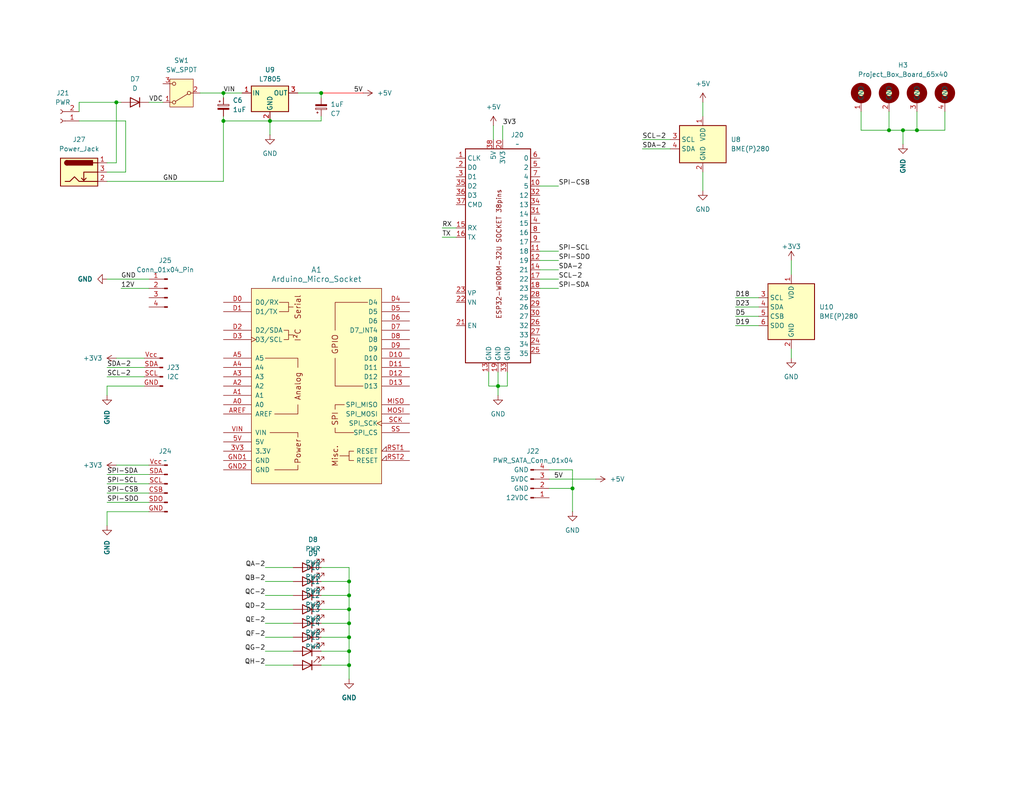
<source format=kicad_sch>
(kicad_sch (version 20231120) (generator "eeschema") (generator_version "8.0")
  (paper "USLetter")
  (title_block (title "ESP32 Sensor Node") (date "2024-07-03") (rev "v2.0") (comment 1 "ESP32-WROOM-32U DevKit"))
  (lib_symbols
    (symbol "+3V3_2" (power) (pin_numbers hide) (pin_names (offset 0) hide)
      (property "Value" "+3V3" (at 0 3.556 0))
      (symbol "+3V3_2_0_1"
        (polyline (pts (xy -0.762 1.27) (xy 0 2.54)))
        (polyline (pts (xy 0 0) (xy 0 2.54)))
        (polyline (pts (xy 0 2.54) (xy 0.762 1.27)))
      )
      (symbol "+3V3_2_1_1"
        (pin power_in line (at 0 0 90) (length 0) (name "~") (number "1"))
      )
    )
    (symbol "+5V_2" (power) (pin_numbers hide) (pin_names (offset 0) hide)
      (property "Value" "+5V" (at 0 3.556 0))
      (symbol "+5V_2_0_1"
        (polyline (pts (xy -0.762 1.27) (xy 0 2.54)))
        (polyline (pts (xy 0 0) (xy 0 2.54)))
        (polyline (pts (xy 0 2.54) (xy 0.762 1.27)))
      )
      (symbol "+5V_2_1_1"
        (pin power_in line (at 0 0 90) (length 0) (name "~") (number "1"))
      )
    )
    (symbol "Alexander Symbol Library:BME(P)280"
      (property "Reference" "U" (at -7.62 10.16 0))
      (property "Value" "BME(P)280" (at 5.08 10.16 0))
      (symbol "BME(P)280_0_1"
        (rectangle (start -7.62 7.62) (end 5.08 -2.54) (stroke (width 0.254)) (fill (type background)))
      )
      (symbol "BME(P)280_1_1"
        (pin power_in line (at -1.27 10.16 270) (length 2.54) (name "VDD") (number "1"))
        (pin power_out line (at -1.27 -5.08 90) (length 2.54) (name "GND") (number "2"))
        (pin input line (at -10.16 3.81 0) (length 2.54) (name "SCL") (number "3"))
        (pin bidirectional line (at -10.16 1.27 0) (length 2.54) (name "SDA") (number "4"))
      )
    )
    (symbol "Alexander Symbol Library:ESP32-WROOM-32U-38pins"
      (property "Reference" "J20" (at 13.6241 62.23 0))
      (property "Value" "~" (at 13.6241 59.69 0))
      (symbol "ESP32-WROOM-32U-38pins_0_1"
        (rectangle (start 0 58.42) (end 17.78 0) (stroke (width 0.254)))
      )
      (symbol "ESP32-WROOM-32U-38pins_1_1"
        (text "ESP32-WROOM-32U SOCKET 38pins" (at 9.144 29.718 900) (effects (font (size 1.27 1.27))))
        (pin input line (at -2.54 55.88 0) (length 2.54) (name "CLK") (number "1"))
        (pin bidirectional line (at 20.32 48.26 180) (length 2.54) (name "5") (number "10"))
        (pin bidirectional line (at 20.32 30.48 180) (length 2.54) (name "18") (number "11"))
        (pin bidirectional line (at 20.32 27.94 180) (length 2.54) (name "19") (number "12"))
        (pin power_out line (at 6.35 -2.54 90) (length 2.54) (name "GND") (number "13"))
        (pin bidirectional line (at 20.32 25.4 180) (length 2.54) (name "21") (number "14"))
        (pin bidirectional line (at -2.54 36.83 0) (length 2.54) (name "RX") (number "15"))
        (pin bidirectional line (at -2.54 34.29 0) (length 2.54) (name "TX") (number "16"))
        (pin bidirectional line (at 20.32 22.86 180) (length 2.54) (name "22") (number "17"))
        (pin bidirectional line (at 20.32 20.32 180) (length 2.54) (name "23") (number "18"))
        (pin power_out line (at 8.89 -2.54 90) (length 2.54) (name "GND") (number "19"))
        (pin bidirectional line (at -2.54 53.34 0) (length 2.54) (name "D0") (number "2"))
        (pin power_in line (at 10.16 60.96 270) (length 2.54) (name "3V3") (number "20"))
        (pin bidirectional line (at -2.54 10.16 0) (length 2.54) (name "EN") (number "21"))
        (pin bidirectional line (at -2.54 16.51 0) (length 2.54) (name "VN") (number "22"))
        (pin bidirectional line (at -2.54 19.05 0) (length 2.54) (name "VP") (number "23"))
        (pin bidirectional line (at 20.32 5.08 180) (length 2.54) (name "34") (number "24"))
        (pin bidirectional line (at 20.32 2.54 180) (length 2.54) (name "35") (number "25"))
        (pin bidirectional line (at 20.32 10.16 180) (length 2.54) (name "32") (number "26"))
        (pin bidirectional line (at 20.32 7.62 180) (length 2.54) (name "33") (number "27"))
        (pin bidirectional line (at 20.32 17.78 180) (length 2.54) (name "25") (number "28"))
        (pin bidirectional line (at 20.32 15.24 180) (length 2.54) (name "26") (number "29"))
        (pin bidirectional line (at -2.54 50.8 0) (length 2.54) (name "D1") (number "3"))
        (pin bidirectional line (at 20.32 12.7 180) (length 2.54) (name "27") (number "30"))
        (pin bidirectional line (at 20.32 40.64 180) (length 2.54) (name "14") (number "31"))
        (pin bidirectional line (at 20.32 45.72 180) (length 2.54) (name "12") (number "32"))
        (pin power_out line (at 11.43 -2.54 90) (length 2.54) (name "GND") (number "33"))
        (pin bidirectional line (at 20.32 43.18 180) (length 2.54) (name "13") (number "34"))
        (pin bidirectional line (at -2.54 48.26 0) (length 2.54) (name "D2") (number "35"))
        (pin bidirectional line (at -2.54 45.72 0) (length 2.54) (name "D3") (number "36"))
        (pin bidirectional line (at -2.54 43.18 0) (length 2.54) (name "CMD") (number "37"))
        (pin power_in line (at 7.62 60.96 270) (length 2.54) (name "5V") (number "38"))
        (pin bidirectional line (at 20.32 38.1 180) (length 2.54) (name "15") (number "4"))
        (pin bidirectional line (at 20.32 53.34 180) (length 2.54) (name "2") (number "5"))
        (pin bidirectional line (at 20.32 55.88 180) (length 2.54) (name "0") (number "6"))
        (pin bidirectional line (at 20.32 50.8 180) (length 2.54) (name "4") (number "7"))
        (pin bidirectional line (at 20.32 35.56 180) (length 2.54) (name "16") (number "8"))
        (pin bidirectional line (at 20.32 33.02 180) (length 2.54) (name "17") (number "9"))
      )
    )
    (symbol "Alexander_Library_Symbols:BME(P)280"
      (property "Reference" "U" (at -7.62 10.16 0))
      (property "Value" "BME(P)280" (at 5.08 10.16 0))
      (symbol "BME(P)280_0_1"
        (rectangle (start -7.62 7.62) (end 5.08 -7.62) (stroke (width 0.254)) (fill (type background)))
      )
      (symbol "BME(P)280_1_1"
        (pin power_in line (at -1.27 10.16 270) (length 2.54) (name "VDD") (number "1"))
        (pin power_out line (at -1.27 -10.16 90) (length 2.54) (name "GND") (number "2"))
        (pin input line (at -10.16 3.81 0) (length 2.54) (name "SCL") (number "3"))
        (pin bidirectional line (at -10.16 1.27 0) (length 2.54) (name "SDA") (number "4"))
        (pin input line (at -10.16 -1.27 0) (length 2.54) (name "CSB") (number "5"))
        (pin input line (at -10.16 -3.81 0) (length 2.54) (name "SDO") (number "6"))
      )
    )
    (symbol "Alexander_Library_Symbols:Conn_I2C_01x04" (pin_names (offset 1.016) hide)
      (property "Reference" "J" (at 0 5.08 0))
      (property "Value" "I2C" (at 0 -7.62 0))
      (symbol "Conn_I2C_01x04_1_1"
        (polyline (pts (xy 1.27 -5.08) (xy 0.8636 -5.08)) (stroke (width 0.1524)))
        (polyline (pts (xy 1.27 -2.54) (xy 0.8636 -2.54)) (stroke (width 0.1524)))
        (polyline (pts (xy 1.27 0) (xy 0.8636 0)) (stroke (width 0.1524)))
        (polyline (pts (xy 1.27 2.54) (xy 0.8636 2.54)) (stroke (width 0.1524)))
        (rectangle (start 0.8636 -4.953) (end 0 -5.207) (stroke (width 0.1524)) (fill (type outline)))
        (rectangle (start 0.8636 -2.413) (end 0 -2.667) (stroke (width 0.1524)) (fill (type outline)))
        (rectangle (start 0.8636 0.127) (end 0 -0.127) (stroke (width 0.1524)) (fill (type outline)))
        (rectangle (start 0.8636 2.667) (end 0 2.413) (stroke (width 0.1524)) (fill (type outline)))
        (pin power_out line (at 5.08 -5.08 180) (length 3.81) (name "GND") (number "GND"))
        (pin bidirectional line (at 5.08 -2.54 180) (length 3.81) (name "SCL") (number "SCL"))
        (pin bidirectional line (at 5.08 0 180) (length 3.81) (name "SDA") (number "SDA"))
        (pin power_in line (at 5.08 2.54 180) (length 3.81) (name "VCC") (number "Vcc"))
      )
    )
    (symbol "Alexander_Library_Symbols:PWR_SATA_Conn_01x04" (pin_names (offset 1.778)) (exclude_from_sim yes)
      (property "Reference" "J" (at 0 -7.62 0))
      (property "Value" "PWR_SATA_Conn_01x04" (at 0 5.08 0))
      (symbol "PWR_SATA_Conn_01x04_1_1"
        (rectangle (start 0 -4.953) (end 0.8636 -5.207) (stroke (width 0.1524)) (fill (type outline)))
        (rectangle (start 0 -2.413) (end 0.8636 -2.667) (stroke (width 0.1524)) (fill (type outline)))
        (polyline (pts (xy 1.27 -5.08) (xy 0.8636 -5.08)) (stroke (width 0.1524)))
        (polyline (pts (xy 1.27 -2.54) (xy 0.8636 -2.54)) (stroke (width 0.1524)))
        (polyline (pts (xy 1.27 0) (xy 0.8636 0)) (stroke (width 0.1524)))
        (polyline (pts (xy 1.27 2.54) (xy 0.8636 2.54)) (stroke (width 0.1524)))
        (rectangle (start 0 0.127) (end 0.8636 -0.127) (stroke (width 0.1524)) (fill (type outline)))
        (rectangle (start 0 2.667) (end 0.8636 2.413) (stroke (width 0.1524)) (fill (type outline)))
        (pin passive line (at 5.08 -5.08 180) (length 3.81) (name "12VDC") (number "1"))
        (pin passive line (at 5.08 -2.54 180) (length 3.81) (name "GND") (number "2"))
        (pin passive line (at 5.08 0 180) (length 3.81) (name "5VDC") (number "3"))
        (pin passive line (at 5.08 2.54 180) (length 3.81) (name "GND") (number "4"))
      )
    )
    (symbol "Alexander_Library_Symbols:Project_Box_Board_65x40"
      (property "Reference" "H" (at 0 7.62 0))
      (property "Value" "Project_Box_Board_65x40" (at 0 5.08 0))
      (symbol "Project_Box_Board_65x40_0_1"
        (circle (center -11.43 -1.27) (radius 1.27) (fill (type background)))
        (circle (center -11.43 -1.27) (radius 1.7961) (stroke (width 2)))
        (circle (center -3.81 -1.27) (radius 1.27) (fill (type background)))
        (circle (center -3.81 -1.27) (radius 1.7961) (stroke (width 2)))
        (circle (center 3.81 -1.27) (radius 1.27) (fill (type background)))
        (circle (center 3.81 -1.27) (radius 1.7961) (stroke (width 2)))
        (circle (center 11.43 -1.27) (radius 1.27) (fill (type background)))
        (circle (center 11.43 -1.27) (radius 1.7961) (stroke (width 2)))
      )
      (symbol "Project_Box_Board_65x40_1_1"
        (pin passive line (at -11.43 -6.35 90) (length 2.54) (name "GND") (number "1"))
        (pin passive line (at -3.81 -6.35 90) (length 2.54) (name "GND") (number "2"))
        (pin passive line (at 3.81 -6.35 90) (length 2.54) (name "GND") (number "3"))
        (pin passive line (at 11.43 -6.35 90) (length 2.54) (name "GND") (number "4"))
      )
    )
    (symbol "Conn_01x04_Pin_1" (pin_names (offset 1.016) hide)
      (property "Reference" "J" (at 0 5.08 0))
      (property "Value" "Conn_01x04_Pin" (at 0 -7.62 0))
      (symbol "Conn_01x04_Pin_1_1_1"
        (polyline (pts (xy 1.27 -5.08) (xy 0.8636 -5.08)) (stroke (width 0.1524)))
        (polyline (pts (xy 1.27 -2.54) (xy 0.8636 -2.54)) (stroke (width 0.1524)))
        (polyline (pts (xy 1.27 0) (xy 0.8636 0)) (stroke (width 0.1524)))
        (polyline (pts (xy 1.27 2.54) (xy 0.8636 2.54)) (stroke (width 0.1524)))
        (rectangle (start 0.8636 -4.953) (end 0 -5.207) (stroke (width 0.1524)) (fill (type outline)))
        (rectangle (start 0.8636 -2.413) (end 0 -2.667) (stroke (width 0.1524)) (fill (type outline)))
        (rectangle (start 0.8636 0.127) (end 0 -0.127) (stroke (width 0.1524)) (fill (type outline)))
        (rectangle (start 0.8636 2.667) (end 0 2.413) (stroke (width 0.1524)) (fill (type outline)))
        (pin passive line (at 5.08 2.54 180) (length 3.81) (name "Pin_1") (number "1"))
        (pin passive line (at 5.08 0 180) (length 3.81) (name "Pin_2") (number "2"))
        (pin passive line (at 5.08 -2.54 180) (length 3.81) (name "Pin_3") (number "3"))
        (pin passive line (at 5.08 -5.08 180) (length 3.81) (name "Pin_4") (number "4"))
      )
    )
    (symbol "Conn_SPI_1" (pin_names hide)
      (property "Reference" "J" (at 0 0 0))
      (symbol "Conn_SPI_1_1_1"
        (polyline (pts (xy 1.27 5.08) (xy 0.8636 5.08)) (stroke (width 0.1524)))
        (polyline (pts (xy 1.27 7.62) (xy 0.8636 7.62)) (stroke (width 0.1524)))
        (polyline (pts (xy 1.27 10.16) (xy 0.8636 10.16)) (stroke (width 0.1524)))
        (polyline (pts (xy 1.27 12.7) (xy 0.8636 12.7)) (stroke (width 0.1524)))
        (polyline (pts (xy 1.27 15.24) (xy 0.8636 15.24)) (stroke (width 0.1524)))
        (polyline (pts (xy 1.27 17.78) (xy 0.8636 17.78)) (stroke (width 0.1524)))
        (rectangle (start 0 10.287) (end 0.8636 10.033) (stroke (width 0.1524)) (fill (type outline)))
        (rectangle (start 0 12.827) (end 0.8636 12.573) (stroke (width 0.1524)) (fill (type outline)))
        (rectangle (start 0.8636 5.207) (end 0 4.953) (stroke (width 0.1524)) (fill (type outline)))
        (rectangle (start 0.8636 7.747) (end 0 7.493) (stroke (width 0.1524)) (fill (type outline)))
        (rectangle (start 0.8636 15.367) (end 0 15.113) (stroke (width 0.1524)) (fill (type outline)))
        (rectangle (start 0.8636 17.907) (end 0 17.653) (stroke (width 0.1524)) (fill (type outline)))
        (pin bidirectional line (at 5.08 10.16 180) (length 3.81) (name "CSB") (number "CSB"))
        (pin power_out line (at 5.08 5.08 180) (length 3.81) (name "GND") (number "GND"))
        (pin bidirectional line (at 5.08 12.7 180) (length 3.81) (name "SCL") (number "SCL"))
        (pin bidirectional line (at 5.08 15.24 180) (length 3.81) (name "SDA") (number "SDA"))
        (pin bidirectional line (at 5.08 7.62 180) (length 3.81) (name "SDO") (number "SDO"))
        (pin power_in line (at 5.08 17.78 180) (length 3.81) (name "VCC") (number "Vcc"))
      )
    )
    (symbol "Connector:Barrel_Jack_Switch" (pin_names hide)
      (property "Reference" "J" (at 0 5.334 0))
      (property "Value" "Barrel_Jack_Switch" (at 0 -5.08 0))
      (symbol "Barrel_Jack_Switch_0_1"
        (rectangle (start -5.08 3.81) (end 5.08 -3.81) (stroke (width 0.254)) (fill (type background)))
        (arc (start -3.302 3.175) (mid -3.9343 2.54) (end -3.302 1.905) (stroke (width 0.254)))
        (arc (start -3.302 3.175) (mid -3.9343 2.54) (end -3.302 1.905) (stroke (width 0.254)) (fill (type outline)))
        (polyline (pts (xy 1.27 -2.286) (xy 1.905 -1.651)) (stroke (width 0.254)))
        (polyline (pts (xy 5.08 2.54) (xy 3.81 2.54)) (stroke (width 0.254)))
        (polyline (pts (xy 5.08 0) (xy 1.27 0) (xy 1.27 -2.286) (xy 0.635 -1.651)) (stroke (width 0.254)))
        (polyline (pts (xy -3.81 -2.54) (xy -2.54 -2.54) (xy -1.27 -1.27) (xy 0 -2.54) (xy 2.54 -2.54) (xy 5.08 -2.54)) (stroke (width 0.254)))
        (rectangle (start 3.683 3.175) (end -3.302 1.905) (stroke (width 0.254)) (fill (type outline)))
      )
      (symbol "Barrel_Jack_Switch_1_1"
        (pin passive line (at 7.62 2.54 180) (length 2.54) (name "~") (number "1"))
        (pin passive line (at 7.62 -2.54 180) (length 2.54) (name "~") (number "2"))
        (pin passive line (at 7.62 0 180) (length 2.54) (name "~") (number "3"))
      )
    )
    (symbol "Connector:Conn_01x02_Socket" (pin_names (offset 1.016) hide)
      (property "Reference" "J" (at 0 2.54 0))
      (property "Value" "Conn_01x02_Socket" (at 0 -5.08 0))
      (symbol "Conn_01x02_Socket_1_1"
        (arc (start 0 -2.032) (mid -0.5058 -2.54) (end 0 -3.048) (stroke (width 0.1524)))
        (polyline (pts (xy -1.27 -2.54) (xy -0.508 -2.54)) (stroke (width 0.1524)))
        (polyline (pts (xy -1.27 0) (xy -0.508 0)) (stroke (width 0.1524)))
        (arc (start 0 0.508) (mid -0.5058 0) (end 0 -0.508) (stroke (width 0.1524)))
        (pin passive line (at -5.08 0 0) (length 3.81) (name "Pin_1") (number "1"))
        (pin passive line (at -5.08 -2.54 0) (length 3.81) (name "Pin_2") (number "2"))
      )
    )
    (symbol "Device:C_Polarized_Small" (pin_numbers hide) (pin_names (offset 0.254) hide)
      (property "Reference" "C" (at 0.254 1.778 0))
      (property "Value" "C_Polarized_Small" (at 0.254 -2.032 0))
      (symbol "C_Polarized_Small_0_1"
        (rectangle (start -1.524 -0.3048) (end 1.524 -0.6858) (fill (type outline)))
        (rectangle (start -1.524 0.6858) (end 1.524 0.3048))
        (polyline (pts (xy -1.27 1.524) (xy -0.762 1.524)))
        (polyline (pts (xy -1.016 1.27) (xy -1.016 1.778)))
      )
      (symbol "C_Polarized_Small_1_1"
        (pin passive line (at 0 2.54 270) (length 1.8542) (name "~") (number "1"))
        (pin passive line (at 0 -2.54 90) (length 1.8542) (name "~") (number "2"))
      )
    )
    (symbol "Device:D" (pin_numbers hide) (pin_names (offset 1.016) hide)
      (property "Reference" "D" (at 0 2.54 0))
      (property "Value" "D" (at 0 -2.54 0))
      (symbol "D_0_1"
        (polyline (pts (xy -1.27 1.27) (xy -1.27 -1.27)) (stroke (width 0.254)))
        (polyline (pts (xy 1.27 0) (xy -1.27 0)))
        (polyline (pts (xy 1.27 1.27) (xy 1.27 -1.27) (xy -1.27 0) (xy 1.27 1.27)) (stroke (width 0.254)))
      )
      (symbol "D_1_1"
        (pin passive line (at -3.81 0 0) (length 2.54) (name "K") (number "1"))
        (pin passive line (at 3.81 0 180) (length 2.54) (name "A") (number "2"))
      )
    )
    (symbol "Device:LED" (pin_numbers hide) (pin_names (offset 1.016) hide)
      (property "Reference" "D" (at 0 2.54 0))
      (property "Value" "LED" (at 0 -2.54 0))
      (symbol "LED_0_1"
        (polyline (pts (xy -1.27 -1.27) (xy -1.27 1.27)) (stroke (width 0.254)))
        (polyline (pts (xy -1.27 0) (xy 1.27 0)))
        (polyline (pts (xy 1.27 -1.27) (xy 1.27 1.27) (xy -1.27 0) (xy 1.27 -1.27)) (stroke (width 0.254)))
        (polyline (pts (xy -3.048 -0.762) (xy -4.572 -2.286) (xy -3.81 -2.286) (xy -4.572 -2.286) (xy -4.572 -1.524)))
        (polyline (pts (xy -1.778 -0.762) (xy -3.302 -2.286) (xy -2.54 -2.286) (xy -3.302 -2.286) (xy -3.302 -1.524)))
      )
      (symbol "LED_1_1"
        (pin passive line (at -3.81 0 0) (length 2.54) (name "K") (number "1"))
        (pin passive line (at 3.81 0 180) (length 2.54) (name "A") (number "2"))
      )
    )
    (symbol "GND_4" (power) (pin_numbers hide) (pin_names (offset 0) hide)
      (property "Value" "GND" (at 0 -3.81 0))
      (symbol "GND_4_0_1"
        (polyline (pts (xy 0 0) (xy 0 -1.27) (xy 1.27 -1.27) (xy 0 -2.54) (xy -1.27 -1.27) (xy 0 -1.27)))
      )
      (symbol "GND_4_1_1"
        (pin power_in line (at 0 0 270) (length 0) (name "~") (number "1"))
      )
    )
    (symbol "GND_7" (power) (pin_numbers hide) (pin_names (offset 0) hide)
      (property "Value" "GND" (at 0 -3.81 0))
      (symbol "GND_7_0_1"
        (polyline (pts (xy 0 0) (xy 0 -1.27) (xy 1.27 -1.27) (xy 0 -2.54) (xy -1.27 -1.27) (xy 0 -1.27)))
      )
      (symbol "GND_7_1_1"
        (pin power_in line (at 0 0 270) (length 0) (name "~") (number "1"))
      )
    )
    (symbol "PCM_arduino-library:Arduino_Micro_Socket" (pin_names (offset 1.016))
      (property "Reference" "A" (at 0 33.02 0))
      (property "Value" "Arduino_Micro_Socket" (at 0 29.21 0))
      (symbol "Arduino_Micro_Socket_0_0"
        (rectangle (start -17.78 26.67) (end 17.78 -26.67) (fill (type background)))
        (polyline (pts (xy -7.62 13.97) (xy -6.35 13.97)))
        (polyline (pts (xy -7.62 21.59) (xy -6.35 21.59)))
        (polyline (pts (xy 8.89 -19.05) (xy 6.35 -19.05)))
        (polyline (pts (xy -11.43 -22.86) (xy -5.08 -22.86) (xy -5.08 -21.59)))
        (polyline (pts (xy -5.08 -13.97) (xy -5.08 -12.7) (xy -12.7 -12.7)))
        (polyline (pts (xy -5.08 -5.08) (xy -5.08 -7.62) (xy -11.43 -7.62)))
        (polyline (pts (xy -5.08 5.08) (xy -5.08 7.62) (xy -13.97 7.62)))
        (polyline (pts (xy 5.08 -11.43) (xy 5.08 -12.7) (xy 10.16 -12.7)))
        (polyline (pts (xy 5.08 7.62) (xy 5.08 0) (xy 12.7 0)))
        (polyline (pts (xy 7.62 -5.08) (xy 5.08 -5.08) (xy 5.08 -6.35)))
        (polyline (pts (xy 13.97 22.86) (xy 5.08 22.86) (xy 5.08 15.24)))
        (polyline (pts (xy -10.16 22.86) (xy -7.62 22.86) (xy -7.62 20.32) (xy -10.16 20.32)))
        (polyline (pts (xy -8.89 15.24) (xy -7.62 15.24) (xy -7.62 12.7) (xy -8.89 12.7)))
        (text "Analog" (at -5.08 0 900) (effects (font (size 1.524 1.524))))
        (text "I²C" (at -5.08 13.97 900) (effects (font (size 1.524 1.524))))
        (text "Misc." (at 5.08 -19.05 900) (effects (font (size 1.524 1.524))))
        (text "Power" (at -5.08 -17.78 900) (effects (font (size 1.524 1.524))))
        (text "Serial" (at -5.08 21.59 900) (effects (font (size 1.524 1.524))))
        (text "SPI" (at 5.08 -8.89 900) (effects (font (size 1.524 1.524))))
      )
      (symbol "Arduino_Micro_Socket_0_1"
        (polyline (pts (xy 10.16 -17.78) (xy 8.89 -17.78) (xy 8.89 -20.32) (xy 10.16 -20.32)))
      )
      (symbol "Arduino_Micro_Socket_1_0"
        (text "GPIO" (at 5.08 11.43 900) (effects (font (size 1.524 1.524))))
      )
      (symbol "Arduino_Micro_Socket_1_1"
        (pin power_out line (at -25.4 -17.78 0) (length 7.62) (name "3.3V") (number "3V3"))
        (pin power_in line (at -25.4 -15.24 0) (length 7.62) (name "5V") (number "5V"))
        (pin bidirectional line (at -25.4 -5.08 0) (length 7.62) (name "A0") (number "A0"))
        (pin bidirectional line (at -25.4 -2.54 0) (length 7.62) (name "A1") (number "A1"))
        (pin bidirectional line (at -25.4 0 0) (length 7.62) (name "A2") (number "A2"))
        (pin bidirectional line (at -25.4 2.54 0) (length 7.62) (name "A3") (number "A3"))
        (pin bidirectional line (at -25.4 5.08 0) (length 7.62) (name "A4") (number "A4"))
        (pin bidirectional line (at -25.4 7.62 0) (length 7.62) (name "A5") (number "A5"))
        (pin input line (at -25.4 -7.62 0) (length 7.62) (name "AREF") (number "AREF"))
        (pin bidirectional line (at -25.4 22.86 0) (length 7.62) (name "D0/RX") (number "D0"))
        (pin bidirectional line (at -25.4 20.32 0) (length 7.62) (name "D1/TX") (number "D1"))
        (pin bidirectional line (at 25.4 7.62 180) (length 7.62) (name "D10") (number "D10"))
        (pin bidirectional line (at 25.4 5.08 180) (length 7.62) (name "D11") (number "D11"))
        (pin bidirectional line (at 25.4 2.54 180) (length 7.62) (name "D12") (number "D12"))
        (pin bidirectional line (at 25.4 0 180) (length 7.62) (name "D13") (number "D13"))
        (pin bidirectional line (at -25.4 15.24 0) (length 7.62) (name "D2/SDA") (number "D2"))
        (pin bidirectional clock (at -25.4 12.7 0) (length 7.62) (name "D3/SCL") (number "D3"))
        (pin bidirectional line (at 25.4 22.86 180) (length 7.62) (name "D4") (number "D4"))
        (pin bidirectional line (at 25.4 20.32 180) (length 7.62) (name "D5") (number "D5"))
        (pin bidirectional line (at 25.4 17.78 180) (length 7.62) (name "D6") (number "D6"))
        (pin bidirectional line (at 25.4 15.24 180) (length 7.62) (name "D7_INT4") (number "D7"))
        (pin bidirectional line (at 25.4 12.7 180) (length 7.62) (name "D8") (number "D8"))
        (pin bidirectional line (at 25.4 10.16 180) (length 7.62) (name "D9") (number "D9"))
        (pin power_in line (at -25.4 -20.32 0) (length 7.62) (name "GND") (number "GND1"))
        (pin power_in line (at -25.4 -22.86 0) (length 7.62) (name "GND") (number "GND2"))
        (pin input line (at 25.4 -5.08 180) (length 7.62) (name "SPI_MISO") (number "MISO"))
        (pin output line (at 25.4 -7.62 180) (length 7.62) (name "SPI_MOSI") (number "MOSI"))
        (pin open_collector input_low (at 25.4 -17.78 180) (length 7.62) (name "RESET") (number "RST1"))
        (pin open_collector input_low (at 25.4 -20.32 180) (length 7.62) (name "RESET") (number "RST2"))
        (pin output clock (at 25.4 -10.16 180) (length 7.62) (name "SPI_SCK") (number "SCK"))
        (pin bidirectional line (at 25.4 -12.7 180) (length 7.62) (name "SPI_CS") (number "SS"))
        (pin power_in line (at -25.4 -12.7 0) (length 7.62) (name "VIN") (number "VIN"))
      )
    )
    (symbol "Regulator_Linear:L7805" (pin_names (offset 0.254))
      (property "Reference" "U4" (at 0 6.35 0))
      (property "Value" "L7805" (at 0 3.81 0))
      (symbol "L7805_0_1"
        (rectangle (start -5.08 1.905) (end 5.08 -5.08) (stroke (width 0.254)) (fill (type background)))
      )
      (symbol "L7805_1_1"
        (pin power_in line (at -7.62 0 0) (length 2.54) (name "IN") (number "1"))
        (pin power_in line (at 0 -7.62 90) (length 2.54) (name "GND") (number "2"))
        (pin power_out line (at 7.62 0 180) (length 2.54) (name "OUT") (number "3"))
      )
    )
    (symbol "Switch:SW_SPDT" (pin_names (offset 0) hide)
      (property "Reference" "SW" (at 0 5.08 0))
      (property "Value" "SW_SPDT" (at 0 -5.08 0))
      (symbol "SW_SPDT_0_1"
        (circle (center -2.032 0) (radius 0.4572))
        (polyline (pts (xy -1.651 0.254) (xy 1.651 2.286)))
        (circle (center 2.032 -2.54) (radius 0.4572))
        (circle (center 2.032 2.54) (radius 0.4572))
      )
      (symbol "SW_SPDT_1_1"
        (rectangle (start -3.175 3.81) (end 3.175 -3.81) (fill (type background)))
        (pin passive line (at 5.08 2.54 180) (length 2.54) (name "A") (number "1"))
        (pin passive line (at -5.08 0 0) (length 2.54) (name "B") (number "2"))
        (pin passive line (at 5.08 -2.54 180) (length 2.54) (name "C") (number "3"))
      )
    )
    (symbol "power:+3V3" (power) (pin_names (offset 0))
      (property "Value" "+3V3" (at 0 3.556 0))
      (symbol "+3V3_0_1"
        (polyline (pts (xy -0.762 1.27) (xy 0 2.54)))
        (polyline (pts (xy 0 0) (xy 0 2.54)))
        (polyline (pts (xy 0 2.54) (xy 0.762 1.27)))
      )
      (symbol "+3V3_1_1"
        (pin power_in line (at 0 0 90) (length 0) hide (name "+3V3") (number "1"))
      )
    )
    (symbol "power:GND" (power) (pin_names (offset 0))
      (property "Value" "GND" (at 0 -3.81 0))
      (symbol "GND_0_1"
        (polyline (pts (xy 0 0) (xy 0 -1.27) (xy 1.27 -1.27) (xy 0 -2.54) (xy -1.27 -1.27) (xy 0 -1.27)))
      )
      (symbol "GND_1_1"
        (pin power_in line (at 0 0 270) (length 0) hide (name "GND") (number "1"))
      )
    )
  )
  (junction (at 95.25 158.75))
  (junction (at 95.25 166.37))
  (junction (at 60.96 33.02))
  (junction (at 242.57 35.56))
  (junction (at 95.25 162.56))
  (junction (at 87.63 25.4))
  (junction (at 95.25 177.8))
  (junction (at 250.19 35.56))
  (junction (at 60.96 25.4))
  (junction (at 135.89 105.41))
  (junction (at 156.21 133.35))
  (junction (at 31.75 27.94))
  (junction (at 95.25 173.99))
  (junction (at 95.25 181.61))
  (junction (at 95.25 170.18))
  (junction (at 73.66 33.02))
  (junction (at 246.38 35.56))
  (wire (pts (xy 29.21 134.62) (xy 40.64 134.62)))
  (wire (pts (xy 147.32 68.58) (xy 152.4 68.58)))
  (wire (pts (xy 95.25 181.61) (xy 95.25 185.42)))
  (wire (pts (xy 147.32 78.74) (xy 152.4 78.74)))
  (wire (pts (xy 87.63 166.37) (xy 95.25 166.37)))
  (wire (pts (xy 95.25 173.99) (xy 95.25 177.8)))
  (wire (pts (xy 200.66 83.82) (xy 207.01 83.82)))
  (wire (pts (xy 60.96 25.4) (xy 66.04 25.4)))
  (wire (pts (xy 95.25 154.94) (xy 95.25 158.75)))
  (wire (pts (xy 246.38 39.37) (xy 246.38 35.56)))
  (wire (pts (xy 29.21 76.2) (xy 40.64 76.2)))
  (wire (pts (xy 134.62 34.29) (xy 134.62 38.1)))
  (wire (pts (xy 257.81 35.56) (xy 250.19 35.56)))
  (wire (pts (xy 147.32 50.8) (xy 152.4 50.8)))
  (wire (pts (xy 72.39 166.37) (xy 80.01 166.37)))
  (wire (pts (xy 133.35 105.41) (xy 135.89 105.41)))
  (wire (pts (xy 120.65 64.77) (xy 124.46 64.77)))
  (wire (pts (xy 147.32 76.2) (xy 152.4 76.2)))
  (wire (pts (xy 87.63 33.02) (xy 73.66 33.02)))
  (wire (pts (xy 257.81 30.48) (xy 257.81 35.56)))
  (wire (pts (xy 29.21 137.16) (xy 40.64 137.16)))
  (wire (pts (xy 72.39 181.61) (xy 80.01 181.61)))
  (wire (pts (xy 147.32 73.66) (xy 152.4 73.66)))
  (wire (pts (xy 191.77 46.99) (xy 191.77 52.07)))
  (wire (pts (xy 34.29 33.02) (xy 34.29 46.99)))
  (wire (pts (xy 135.89 105.41) (xy 135.89 107.95)))
  (wire (pts (xy 40.64 27.94) (xy 44.45 27.94)))
  (wire (pts (xy 87.63 181.61) (xy 95.25 181.61)))
  (wire (pts (xy 60.96 26.67) (xy 60.96 25.4)))
  (wire (pts (xy 72.39 158.75) (xy 80.01 158.75)))
  (wire (pts (xy 95.25 177.8) (xy 95.25 181.61)))
  (wire (pts (xy 215.9 95.25) (xy 215.9 97.79)))
  (wire (pts (xy 133.35 101.6) (xy 133.35 105.41)))
  (wire (pts (xy 156.21 128.27) (xy 156.21 133.35)))
  (wire (pts (xy 29.21 100.33) (xy 39.37 100.33)))
  (wire (pts (xy 72.39 173.99) (xy 80.01 173.99)))
  (wire (pts (xy 87.63 177.8) (xy 95.25 177.8)))
  (wire (pts (xy 87.63 158.75) (xy 95.25 158.75)))
  (wire (pts (xy 175.26 40.64) (xy 182.88 40.64)))
  (wire (pts (xy 156.21 133.35) (xy 156.21 139.7)))
  (wire (pts (xy 200.66 88.9) (xy 207.01 88.9)))
  (wire (pts (xy 149.86 130.81) (xy 162.56 130.81)))
  (wire (pts (xy 138.43 105.41) (xy 135.89 105.41)))
  (wire (pts (xy 54.61 25.4) (xy 60.96 25.4)))
  (wire (pts (xy 29.21 44.45) (xy 31.75 44.45)))
  (wire (pts (xy 29.21 107.95) (xy 29.21 105.41)))
  (wire (pts (xy 21.59 30.48) (xy 21.59 27.94)))
  (wire (pts (xy 81.28 25.4) (xy 87.63 25.4)))
  (wire (pts (xy 87.63 25.4) (xy 87.63 26.67)))
  (wire (pts (xy 242.57 30.48) (xy 242.57 35.56)))
  (wire (pts (xy 34.29 46.99) (xy 29.21 46.99)))
  (wire (pts (xy 87.63 31.75) (xy 87.63 33.02)))
  (wire (pts (xy 31.75 44.45) (xy 31.75 27.94)))
  (wire (pts (xy 21.59 33.02) (xy 34.29 33.02)))
  (wire (pts (xy 87.63 25.4) (xy 99.06 25.4)) (stroke (width 0) (color 255 0 0 1)))
  (wire (pts (xy 149.86 133.35) (xy 156.21 133.35)))
  (wire (pts (xy 95.25 166.37) (xy 95.25 170.18)))
  (wire (pts (xy 29.21 139.7) (xy 40.64 139.7)))
  (wire (pts (xy 31.75 97.79) (xy 39.37 97.79)))
  (wire (pts (xy 60.96 33.02) (xy 73.66 33.02)))
  (wire (pts (xy 120.65 62.23) (xy 124.46 62.23)))
  (wire (pts (xy 215.9 71.12) (xy 215.9 74.93)))
  (wire (pts (xy 138.43 101.6) (xy 138.43 105.41)))
  (wire (pts (xy 21.59 27.94) (xy 31.75 27.94)))
  (wire (pts (xy 137.16 34.29) (xy 137.16 38.1)))
  (wire (pts (xy 72.39 162.56) (xy 80.01 162.56)))
  (wire (pts (xy 191.77 27.94) (xy 191.77 31.75)))
  (wire (pts (xy 73.66 33.02) (xy 73.66 36.83)))
  (wire (pts (xy 60.96 49.53) (xy 60.96 33.02)))
  (wire (pts (xy 147.32 71.12) (xy 152.4 71.12)))
  (wire (pts (xy 149.86 128.27) (xy 156.21 128.27)))
  (wire (pts (xy 250.19 35.56) (xy 246.38 35.56)))
  (wire (pts (xy 135.89 101.6) (xy 135.89 105.41)))
  (wire (pts (xy 31.75 127) (xy 40.64 127)))
  (wire (pts (xy 72.39 177.8) (xy 80.01 177.8)))
  (wire (pts (xy 80.01 154.94) (xy 72.39 154.94)))
  (wire (pts (xy 60.96 31.75) (xy 60.96 33.02)))
  (wire (pts (xy 95.25 170.18) (xy 95.25 173.99)))
  (wire (pts (xy 95.25 158.75) (xy 95.25 162.56)))
  (wire (pts (xy 200.66 86.36) (xy 207.01 86.36)))
  (wire (pts (xy 31.75 27.94) (xy 33.02 27.94)))
  (wire (pts (xy 200.66 81.28) (xy 207.01 81.28)))
  (wire (pts (xy 29.21 143.51) (xy 29.21 139.7)))
  (wire (pts (xy 242.57 35.56) (xy 246.38 35.56)))
  (wire (pts (xy 72.39 170.18) (xy 80.01 170.18)))
  (wire (pts (xy 175.26 38.1) (xy 182.88 38.1)))
  (wire (pts (xy 234.95 30.48) (xy 234.95 35.56)))
  (wire (pts (xy 95.25 162.56) (xy 95.25 166.37)))
  (wire (pts (xy 29.21 49.53) (xy 60.96 49.53)))
  (wire (pts (xy 87.63 162.56) (xy 95.25 162.56)))
  (wire (pts (xy 250.19 30.48) (xy 250.19 35.56)))
  (wire (pts (xy 87.63 173.99) (xy 95.25 173.99)))
  (wire (pts (xy 29.21 105.41) (xy 39.37 105.41)))
  (wire (pts (xy 87.63 154.94) (xy 95.25 154.94)))
  (wire (pts (xy 29.21 132.08) (xy 40.64 132.08)))
  (wire (pts (xy 33.02 78.74) (xy 40.64 78.74)))
  (wire (pts (xy 29.21 129.54) (xy 40.64 129.54)))
  (wire (pts (xy 29.21 102.87) (xy 39.37 102.87)))
  (wire (pts (xy 87.63 170.18) (xy 95.25 170.18)))
  (wire (pts (xy 234.95 35.56) (xy 242.57 35.56)))
  (label "SDA-2" (at 175.26 40.64 0))
  (label "SPI-SCL" (at 29.21 132.08 0))
  (label "5V" (at 96.52 25.4 0))
  (label "GND" (at 44.45 49.53 0))
  (label "QG-2" (at 72.39 177.8 180))
  (label "QA-2" (at 72.39 154.94 180))
  (label "SPI-CSB" (at 152.4 50.8 0))
  (label "QH-2" (at 72.39 181.61 180))
  (label "3V3" (at 137.16 34.29 0))
  (label "SCL-2" (at 152.4 76.2 0))
  (label "SPI-SDO" (at 152.4 71.12 0))
  (label "QF-2" (at 72.39 173.99 180))
  (label "VIN" (at 60.96 25.4 0))
  (label "QB-2" (at 72.39 158.75 180))
  (label "SPI-CSB" (at 29.21 134.62 0))
  (label "SPI-SDA" (at 152.4 78.74 0))
  (label "SPI-SDO" (at 29.21 137.16 0))
  (label "5V" (at 151.13 130.81 0))
  (label "SDA-2" (at 29.21 100.33 0))
  (label "D18" (at 200.66 81.28 0))
  (label "QD-2" (at 72.39 166.37 180))
  (label "D5" (at 200.66 86.36 0))
  (label "SCL-2" (at 29.21 102.87 0))
  (label "SDA-2" (at 152.4 73.66 0))
  (label "D23" (at 200.66 83.82 0))
  (label "SCL-2" (at 175.26 38.1 0))
  (label "GND" (at 33.02 76.2 0))
  (label "RX" (at 120.65 62.23 0))
  (label "TX" (at 120.65 64.77 0))
  (label "QE-2" (at 72.39 170.18 180))
  (label "QC-2" (at 72.39 162.56 180))
  (label "D19" (at 200.66 88.9 0))
  (label "SPI-SDA" (at 29.21 129.54 0))
  (label "SPI-SCL" (at 152.4 68.58 0))
  (label "12V" (at 33.02 78.74 0))
  (label "VDC" (at 40.64 27.94 0))
  (symbol (lib_id "Device:LED") (at 83.82 170.18 180) (unit 1) (on_board no)
    (property "Reference" "D12" (at 85.4075 162.56 0))
    (property "Value" "PWR" (at 85.4075 165.1 0))
    (property "Footprint" "LED_SMD:LED_1210_3225Metric_Pad1.42x2.65mm_HandSolder" (effects (hide yes)))
    (property "Description" "Light emitting diode" (effects (hide yes)))
  )
  (symbol (lib_name "GND_4") (lib_id "power:GND") (at 95.25 185.42 0) (unit 1)
    (property "Reference" "#PWR040" (effects (hide yes)))
    (property "Value" "GND" (at 95.25 190.5 0) (effects (font (bold yes))))
    (property "Description" "Power symbol creates a global label with name \"GND\" , ground" (effects (hide yes)))
  )
  (symbol (lib_id "Device:LED") (at 83.82 181.61 180) (unit 1) (on_board no)
    (property "Reference" "D15" (at 85.4075 173.99 0))
    (property "Value" "PWR" (at 85.4075 176.53 0))
    (property "Footprint" "LED_SMD:LED_1210_3225Metric_Pad1.42x2.65mm_HandSolder" (effects (hide yes)))
    (property "Description" "Light emitting diode" (effects (hide yes)))
  )
  (symbol (lib_id "Alexander_Library_Symbols:Conn_I2C_01x04") (at 44.45 100.33 0) (mirror y) (unit 1)
    (property "Reference" "J23" (at 47.244 100.33 0))
    (property "Value" "I2C" (at 47.244 102.87 0))
    (property "Footprint" "Alexander Footprint Library:Conn_I2C" (effects (hide yes)))
  )
  (symbol (lib_id "Alexander Symbol Library:ESP32-WROOM-32U-38pins") (at 127 99.06 0) (unit 1)
    (property "Reference" "J20" (at 139.3541 36.83 0) (effects (justify left)))
    (property "Value" "~" (at 140.6241 39.37 0) (effects (justify left)))
    (property "Footprint" "Alexander Footprint Library:Conn_ESP32_WROOM-DevKit-38pins" (effects (hide yes)))
    (property "Description" "Connector ESP32 WROOM 32D Module 38pins anthena" (effects (hide yes)))
  )
  (symbol (lib_id "Device:C_Polarized_Small") (at 60.96 29.21 0) (unit 1)
    (property "Reference" "C6" (at 63.5 27.3939 0) (effects (justify left)))
    (property "Value" "1uF" (at 63.5 29.9339 0) (effects (justify left)))
    (property "Footprint" "Capacitor_THT:CP_Radial_D4.0mm_P2.00mm" (effects (hide yes)))
  )
  (symbol (lib_id "Device:D") (at 36.83 27.94 180) (unit 1)
    (property "Reference" "D7" (at 36.83 21.59 0))
    (property "Value" "D" (at 36.83 24.13 0))
    (property "Footprint" "Diode_SMD:D_1210_3225Metric" (effects (hide yes)))
    (property "Description" "Diode" (effects (hide yes)))
    (property "Sim.Device" "D" (effects (hide yes)))
    (property "Sim.Pins" "1=K 2=A" (effects (hide yes)))
  )
  (symbol (lib_name "+5V_2") (lib_id "power:+5V") (at 99.06 25.4 270) (unit 1)
    (property "Reference" "#PWR039" (effects (hide yes)))
    (property "Value" "+5V" (at 102.87 25.3999 90) (effects (justify left)))
    (property "Description" "Power symbol creates a global label with name \"+5V\"" (effects (hide yes)))
  )
  (symbol (lib_id "power:GND") (at 29.21 76.2 270) (unit 1)
    (property "Reference" "#PWR036" (effects (hide yes)))
    (property "Value" "GND" (at 25.4 76.2 90) (effects (font (bold yes)) (justify right)))
  )
  (symbol (lib_id "Device:LED") (at 83.82 177.8 180) (unit 1) (on_board no)
    (property "Reference" "D14" (at 85.4075 170.18 0))
    (property "Value" "PWR" (at 85.4075 172.72 0))
    (property "Footprint" "LED_SMD:LED_1210_3225Metric_Pad1.42x2.65mm_HandSolder" (effects (hide yes)))
    (property "Description" "Light emitting diode" (effects (hide yes)))
  )
  (symbol (lib_name "+5V_2") (lib_id "power:+5V") (at 162.56 130.81 270) (unit 1)
    (property "Reference" "#PWR034" (effects (hide yes)))
    (property "Value" "+5V" (at 166.37 130.8099 90) (effects (justify left)))
    (property "Description" "Power symbol creates a global label with name \"+5V\"" (effects (hide yes)))
  )
  (symbol (lib_name "+5V_2") (lib_id "power:+5V") (at 191.77 27.94 0) (unit 1)
    (property "Reference" "#PWR031" (effects (hide yes)))
    (property "Value" "+5V" (at 191.77 22.86 0))
    (property "Description" "Power symbol creates a global label with name \"+5V\"" (effects (hide yes)))
  )
  (symbol (lib_id "power:+3V3") (at 31.75 97.79 90) (unit 1)
    (property "Reference" "#PWR038" (effects (hide yes)))
    (property "Value" "+3V3" (at 27.94 97.79 90) (effects (justify left)))
  )
  (symbol (lib_id "power:GND") (at 246.38 39.37 0) (unit 1)
    (property "Reference" "#PWR045" (effects (hide yes)))
    (property "Value" "GND" (at 246.38 43.18 90) (effects (font (bold yes)) (justify right)))
  )
  (symbol (lib_id "Device:LED") (at 83.82 166.37 180) (unit 1) (on_board no)
    (property "Reference" "D11" (at 85.4075 158.75 0))
    (property "Value" "PWR" (at 85.4075 161.29 0))
    (property "Footprint" "LED_SMD:LED_1210_3225Metric_Pad1.42x2.65mm_HandSolder" (effects (hide yes)))
    (property "Description" "Light emitting diode" (effects (hide yes)))
  )
  (symbol (lib_id "power:GND") (at 29.21 107.95 0) (unit 1)
    (property "Reference" "#PWR037" (effects (hide yes)))
    (property "Value" "GND" (at 29.21 111.76 90) (effects (font (bold yes)) (justify right)))
  )
  (symbol (lib_id "PCM_arduino-library:Arduino_Micro_Socket") (at 86.36 105.41 0) (unit 1) (on_board no)
    (property "Reference" "A1" (at 86.36 73.66 0) (effects (font (size 1.524 1.524))))
    (property "Value" "Arduino_Micro_Socket" (at 86.36 76.2 0) (effects (font (size 1.524 1.524))))
    (property "Footprint" "PCM_arduino-library:Arduino_Micro_Socket" (effects (hide yes)))
    (property "Datasheet" "https://docs.arduino.cc/hardware/micro" (effects (hide yes)))
    (property "Description" "Socket for Arduino Micro" (effects (hide yes)))
  )
  (symbol (lib_id "power:GND") (at 191.77 52.07 0) (unit 1)
    (property "Reference" "#PWR032" (effects (hide yes)))
    (property "Value" "GND" (at 191.77 57.15 0))
  )
  (symbol (lib_id "power:GND") (at 29.21 143.51 0) (unit 1)
    (property "Reference" "#PWR041" (effects (hide yes)))
    (property "Value" "GND" (at 29.21 147.32 90) (effects (font (bold yes)) (justify right)))
  )
  (symbol (lib_name "Conn_01x04_Pin_1") (lib_id "Connector:Conn_01x04_Pin") (at 45.72 78.74 0) (mirror y) (unit 1)
    (property "Reference" "J25" (at 45.085 71.12 0))
    (property "Value" "Conn_01x04_Pin" (at 45.085 73.66 0))
    (property "Footprint" "Connector:FanPinHeader_1x04_P2.54mm_Vertical" (effects (hide yes)))
    (property "Description" "Generic connector, single row, 01x04, script generated" (effects (hide yes)))
  )
  (symbol (lib_name "GND_7") (lib_id "power:GND") (at 73.66 36.83 0) (unit 1)
    (property "Reference" "#PWR035" (effects (hide yes)))
    (property "Value" "GND" (at 73.66 41.91 0))
    (property "Description" "Power symbol creates a global label with name \"GND\" , ground" (effects (hide yes)))
  )
  (symbol (lib_id "Connector:Barrel_Jack_Switch") (at 21.59 46.99 0) (unit 1) (on_board no)
    (property "Reference" "J27" (at 21.59 38.1 0))
    (property "Value" "Power_Jack" (at 21.59 40.64 0))
    (property "Footprint" "Connector_BarrelJack:BarrelJack_Horizontal" (effects (hide yes)))
    (property "Description" "DC Barrel Jack with an internal switch" (effects (hide yes)))
  )
  (symbol (lib_name "GND_7") (lib_id "power:GND") (at 156.21 139.7 0) (unit 1)
    (property "Reference" "#PWR033" (effects (hide yes)))
    (property "Value" "GND" (at 156.21 144.78 0))
    (property "Description" "Power symbol creates a global label with name \"GND\" , ground" (effects (hide yes)))
  )
  (symbol (lib_id "Device:LED") (at 83.82 158.75 180) (unit 1) (on_board no)
    (property "Reference" "D9" (at 85.4075 151.13 0))
    (property "Value" "PWR" (at 85.4075 153.67 0))
    (property "Footprint" "LED_SMD:LED_1210_3225Metric_Pad1.42x2.65mm_HandSolder" (effects (hide yes)))
    (property "Description" "Light emitting diode" (effects (hide yes)))
  )
  (symbol (lib_id "Device:LED") (at 83.82 162.56 180) (unit 1) (on_board no)
    (property "Reference" "D10" (at 85.4075 154.94 0))
    (property "Value" "PWR" (at 85.4075 157.48 0))
    (property "Footprint" "LED_SMD:LED_1210_3225Metric_Pad1.42x2.65mm_HandSolder" (effects (hide yes)))
    (property "Description" "Light emitting diode" (effects (hide yes)))
  )
  (symbol (lib_id "Connector:Conn_01x02_Socket") (at 16.51 33.02 180) (unit 1)
    (property "Reference" "J21" (at 17.145 25.4 0))
    (property "Value" "PWR" (at 17.145 27.94 0))
    (property "Footprint" "Connector_PinSocket_2.54mm:PinSocket_1x02_P2.54mm_Vertical" (effects (hide yes)))
  )
  (symbol (lib_id "Alexander_Library_Symbols:Project_Box_Board_65x40") (at 246.38 24.13 0) (unit 1)
    (property "Reference" "H3" (at 246.38 17.78 0))
    (property "Value" "Project_Box_Board_65x40" (at 246.38 20.32 0))
    (property "Footprint" "Alexander Footprint Library:Board_65-40" (effects (hide yes)))
    (property "Description" "3.2mm Diameter Mounting Holes Pads (M3)" (effects (hide yes)))
  )
  (symbol (lib_name "+5V_2") (lib_id "power:+5V") (at 134.62 34.29 0) (unit 1)
    (property "Reference" "#PWR029" (effects (hide yes)))
    (property "Value" "+5V" (at 134.62 29.21 0))
    (property "Description" "Power symbol creates a global label with name \"+5V\"" (effects (hide yes)))
  )
  (symbol (lib_id "Alexander_Library_Symbols:BME(P)280") (at 217.17 85.09 0) (unit 1) (on_board no)
    (property "Reference" "U10" (at 223.52 83.8199 0) (effects (justify left)))
    (property "Value" "BME(P)280" (at 223.52 86.3599 0) (effects (justify left)))
    (property "Footprint" "Alexander Footprint Library:BME280_BMP280_I2C" (effects (hide yes)))
    (property "Description" "Absolute Barometric Pressure Sensor" (effects (hide yes)))
  )
  (symbol (lib_id "power:GND") (at 215.9 97.79 0) (unit 1)
    (property "Reference" "#PWR043" (effects (hide yes)))
    (property "Value" "GND" (at 215.9 102.87 0))
  )
  (symbol (lib_name "Conn_SPI_1") (lib_id "Alexander Symbol Library:Conn_SPI") (at 45.72 144.78 0) (mirror y) (unit 1)
    (property "Reference" "J24" (at 45.085 123.19 0))
    (property "Value" "~" (at 45.085 125.73 0))
    (property "Footprint" "Alexander Footprint Library:Conn_SPI" (effects (hide yes)))
  )
  (symbol (lib_id "Alexander_Library_Symbols:PWR_SATA_Conn_01x04") (at 144.78 130.81 0) (unit 1) (exclude_from_sim yes)
    (property "Reference" "J22" (at 145.415 123.19 0))
    (property "Value" "PWR_SATA_Conn_01x04" (at 145.415 125.73 0))
    (property "Footprint" "Connector_PinSocket_2.54mm:PinSocket_1x04_P2.54mm_Vertical" (effects (hide yes)))
    (property "Description" "Generic connector, single row, 01x04, script generated" (effects (hide yes)))
  )
  (symbol (lib_id "Alexander Symbol Library:BME(P)280") (at 193.04 41.91 0) (unit 1) (on_board no)
    (property "Reference" "U8" (at 199.39 38.0999 0) (effects (justify left)))
    (property "Value" "BME(P)280" (at 199.39 40.6399 0) (effects (justify left)))
    (property "Footprint" "Alexander Footprint Library:BME280_BMP280_I2C" (effects (hide yes)))
    (property "Description" "Absolute Barometric Pressure Sensor" (effects (hide yes)))
  )
  (symbol (lib_id "power:GND") (at 135.89 107.95 0) (unit 1)
    (property "Reference" "#PWR030" (effects (hide yes)))
    (property "Value" "GND" (at 135.89 113.03 0))
  )
  (symbol (lib_id "Device:LED") (at 83.82 173.99 180) (unit 1) (on_board no)
    (property "Reference" "D13" (at 85.4075 166.37 0))
    (property "Value" "PWR" (at 85.4075 168.91 0))
    (property "Footprint" "LED_SMD:LED_1210_3225Metric_Pad1.42x2.65mm_HandSolder" (effects (hide yes)))
    (property "Description" "Light emitting diode" (effects (hide yes)))
  )
  (symbol (lib_id "Device:C_Polarized_Small") (at 87.63 29.21 0) (mirror x) (unit 1)
    (property "Reference" "C7" (at 90.17 31.0261 0) (effects (justify left)))
    (property "Value" "1uF" (at 90.17 28.4861 0) (effects (justify left)))
    (property "Footprint" "Capacitor_THT:CP_Radial_D4.0mm_P2.00mm" (effects (hide yes)))
  )
  (symbol (lib_id "Regulator_Linear:L7805") (at 73.66 25.4 0) (unit 1)
    (property "Reference" "U9" (at 73.66 19.05 0))
    (property "Value" "L7805" (at 73.66 21.59 0))
    (property "Footprint" "Alexander Footprint Library:LD1117" (effects (hide yes)))
    (property "Datasheet" "datasheets/Voltage-Regulator_L7805.pdf" (effects (hide yes)))
    (property "Description" "Voltage Regulator 1.5A Positive" (effects (hide yes)))
  )
  (symbol (lib_id "Device:LED") (at 83.82 154.94 180) (unit 1) (on_board no)
    (property "Reference" "D8" (at 85.4075 147.32 0))
    (property "Value" "PWR" (at 85.4075 149.86 0))
    (property "Footprint" "LED_SMD:LED_1210_3225Metric_Pad1.42x2.65mm_HandSolder" (effects (hide yes)))
    (property "Description" "Light emitting diode" (effects (hide yes)))
  )
  (symbol (lib_name "+3V3_2") (lib_id "power:+3V3") (at 215.9 71.12 0) (unit 1)
    (property "Reference" "#PWR042" (effects (hide yes)))
    (property "Value" "+3V3" (at 215.9 67.31 0))
    (property "Description" "Power symbol creates a global label with name \"+3V3\"" (effects (hide yes)))
  )
  (symbol (lib_id "power:+3V3") (at 31.75 127 90) (unit 1)
    (property "Reference" "#PWR044" (effects (hide yes)))
    (property "Value" "+3V3" (at 27.94 127 90) (effects (justify left)))
  )
  (symbol (lib_id "Switch:SW_SPDT") (at 49.53 25.4 180) (unit 1)
    (property "Reference" "SW1" (at 49.53 16.51 0))
    (property "Value" "SW_SPDT" (at 49.53 19.05 0))
    (property "Footprint" "Button_Switch_THT:SW_Slide-03_Wuerth-WS-SLTV_10x2.5x6.4_P2.54mm" (effects (hide yes)))
    (property "Description" "Switch, single pole double throw" (effects (hide yes)))
  )
)
</source>
